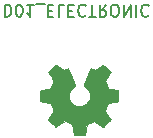
<source format=gbr>
G04 #@! TF.GenerationSoftware,KiCad,Pcbnew,5.1.5-52549c5~86~ubuntu18.04.1*
G04 #@! TF.CreationDate,2020-09-11T14:35:38-05:00*
G04 #@! TF.ProjectId,D01,4430312e-6b69-4636-9164-5f7063625858,rev?*
G04 #@! TF.SameCoordinates,Original*
G04 #@! TF.FileFunction,Legend,Bot*
G04 #@! TF.FilePolarity,Positive*
%FSLAX46Y46*%
G04 Gerber Fmt 4.6, Leading zero omitted, Abs format (unit mm)*
G04 Created by KiCad (PCBNEW 5.1.5-52549c5~86~ubuntu18.04.1) date 2020-09-11 14:35:38*
%MOMM*%
%LPD*%
G04 APERTURE LIST*
%ADD10C,0.150000*%
%ADD11C,0.010000*%
G04 APERTURE END LIST*
D10*
X22706771Y-20477219D02*
X22706771Y-21477219D01*
X22944866Y-21477219D01*
X23087723Y-21429600D01*
X23182961Y-21334361D01*
X23230580Y-21239123D01*
X23278200Y-21048647D01*
X23278200Y-20905790D01*
X23230580Y-20715314D01*
X23182961Y-20620076D01*
X23087723Y-20524838D01*
X22944866Y-20477219D01*
X22706771Y-20477219D01*
X23897247Y-21477219D02*
X23992485Y-21477219D01*
X24087723Y-21429600D01*
X24135342Y-21381980D01*
X24182961Y-21286742D01*
X24230580Y-21096266D01*
X24230580Y-20858171D01*
X24182961Y-20667695D01*
X24135342Y-20572457D01*
X24087723Y-20524838D01*
X23992485Y-20477219D01*
X23897247Y-20477219D01*
X23802009Y-20524838D01*
X23754390Y-20572457D01*
X23706771Y-20667695D01*
X23659152Y-20858171D01*
X23659152Y-21096266D01*
X23706771Y-21286742D01*
X23754390Y-21381980D01*
X23802009Y-21429600D01*
X23897247Y-21477219D01*
X25182961Y-20477219D02*
X24611533Y-20477219D01*
X24897247Y-20477219D02*
X24897247Y-21477219D01*
X24802009Y-21334361D01*
X24706771Y-21239123D01*
X24611533Y-21191504D01*
X25373438Y-20381980D02*
X26135342Y-20381980D01*
X26373438Y-21001028D02*
X26706771Y-21001028D01*
X26849628Y-20477219D02*
X26373438Y-20477219D01*
X26373438Y-21477219D01*
X26849628Y-21477219D01*
X27754390Y-20477219D02*
X27278199Y-20477219D01*
X27278199Y-21477219D01*
X28087723Y-21001028D02*
X28421057Y-21001028D01*
X28563914Y-20477219D02*
X28087723Y-20477219D01*
X28087723Y-21477219D01*
X28563914Y-21477219D01*
X29563914Y-20572457D02*
X29516295Y-20524838D01*
X29373438Y-20477219D01*
X29278199Y-20477219D01*
X29135342Y-20524838D01*
X29040104Y-20620076D01*
X28992485Y-20715314D01*
X28944866Y-20905790D01*
X28944866Y-21048647D01*
X28992485Y-21239123D01*
X29040104Y-21334361D01*
X29135342Y-21429600D01*
X29278199Y-21477219D01*
X29373438Y-21477219D01*
X29516295Y-21429600D01*
X29563914Y-21381980D01*
X29849628Y-21477219D02*
X30421057Y-21477219D01*
X30135342Y-20477219D02*
X30135342Y-21477219D01*
X31325819Y-20477219D02*
X30992485Y-20953409D01*
X30754390Y-20477219D02*
X30754390Y-21477219D01*
X31135342Y-21477219D01*
X31230580Y-21429600D01*
X31278200Y-21381980D01*
X31325819Y-21286742D01*
X31325819Y-21143885D01*
X31278200Y-21048647D01*
X31230580Y-21001028D01*
X31135342Y-20953409D01*
X30754390Y-20953409D01*
X31944866Y-21477219D02*
X32135342Y-21477219D01*
X32230580Y-21429600D01*
X32325819Y-21334361D01*
X32373438Y-21143885D01*
X32373438Y-20810552D01*
X32325819Y-20620076D01*
X32230580Y-20524838D01*
X32135342Y-20477219D01*
X31944866Y-20477219D01*
X31849628Y-20524838D01*
X31754390Y-20620076D01*
X31706771Y-20810552D01*
X31706771Y-21143885D01*
X31754390Y-21334361D01*
X31849628Y-21429600D01*
X31944866Y-21477219D01*
X32802009Y-20477219D02*
X32802009Y-21477219D01*
X33373438Y-20477219D01*
X33373438Y-21477219D01*
X33849628Y-20477219D02*
X33849628Y-21477219D01*
X34897247Y-20572457D02*
X34849628Y-20524838D01*
X34706771Y-20477219D01*
X34611533Y-20477219D01*
X34468676Y-20524838D01*
X34373438Y-20620076D01*
X34325819Y-20715314D01*
X34278200Y-20905790D01*
X34278200Y-21048647D01*
X34325819Y-21239123D01*
X34373438Y-21334361D01*
X34468676Y-21429600D01*
X34611533Y-21477219D01*
X34706771Y-21477219D01*
X34849628Y-21429600D01*
X34897247Y-21381980D01*
D11*
G36*
X29588014Y-31029869D02*
G01*
X29671835Y-30585245D01*
X29981120Y-30457747D01*
X30290406Y-30330249D01*
X30661446Y-30582554D01*
X30765357Y-30652804D01*
X30859287Y-30715528D01*
X30938852Y-30767862D01*
X30999670Y-30806943D01*
X31037357Y-30829907D01*
X31047621Y-30834858D01*
X31066110Y-30822124D01*
X31105620Y-30786918D01*
X31161722Y-30733738D01*
X31229987Y-30667082D01*
X31305986Y-30591446D01*
X31385292Y-30511328D01*
X31463475Y-30431226D01*
X31536107Y-30355636D01*
X31598759Y-30289055D01*
X31647003Y-30235982D01*
X31676410Y-30200913D01*
X31683441Y-30189177D01*
X31673323Y-30167540D01*
X31644959Y-30120138D01*
X31601329Y-30051607D01*
X31545418Y-29966585D01*
X31480206Y-29869707D01*
X31442419Y-29814450D01*
X31373543Y-29713552D01*
X31312340Y-29622501D01*
X31261778Y-29545830D01*
X31224828Y-29488072D01*
X31204458Y-29453757D01*
X31201397Y-29446546D01*
X31208336Y-29426052D01*
X31227251Y-29378287D01*
X31255287Y-29309968D01*
X31289591Y-29227811D01*
X31327309Y-29138530D01*
X31365587Y-29048842D01*
X31401570Y-28965462D01*
X31432406Y-28895106D01*
X31455239Y-28844490D01*
X31467217Y-28820329D01*
X31467924Y-28819378D01*
X31486731Y-28814764D01*
X31536818Y-28804472D01*
X31612993Y-28789513D01*
X31710065Y-28770899D01*
X31822843Y-28749641D01*
X31888642Y-28737382D01*
X32009150Y-28714438D01*
X32117997Y-28692605D01*
X32209676Y-28673078D01*
X32278681Y-28657052D01*
X32319504Y-28645721D01*
X32327711Y-28642126D01*
X32335748Y-28617794D01*
X32342233Y-28562841D01*
X32347170Y-28483692D01*
X32350564Y-28386774D01*
X32352418Y-28278513D01*
X32352738Y-28165335D01*
X32351527Y-28053665D01*
X32348790Y-27949932D01*
X32344531Y-27860559D01*
X32338755Y-27791974D01*
X32331467Y-27750603D01*
X32327095Y-27741990D01*
X32300964Y-27731667D01*
X32245593Y-27716908D01*
X32168307Y-27699448D01*
X32076430Y-27681020D01*
X32044358Y-27675059D01*
X31889724Y-27646734D01*
X31767575Y-27623924D01*
X31673873Y-27605720D01*
X31604584Y-27591217D01*
X31555671Y-27579508D01*
X31523097Y-27569685D01*
X31502828Y-27560844D01*
X31490826Y-27552076D01*
X31489147Y-27550343D01*
X31472384Y-27522429D01*
X31446814Y-27468105D01*
X31414988Y-27394023D01*
X31379460Y-27306835D01*
X31342783Y-27213192D01*
X31307511Y-27119748D01*
X31276196Y-27033153D01*
X31251393Y-26960060D01*
X31235654Y-26907122D01*
X31231532Y-26880989D01*
X31231876Y-26880074D01*
X31245841Y-26858714D01*
X31277522Y-26811716D01*
X31323591Y-26743973D01*
X31380718Y-26660377D01*
X31445573Y-26565818D01*
X31464043Y-26538946D01*
X31529899Y-26441525D01*
X31587850Y-26352637D01*
X31634738Y-26277388D01*
X31667407Y-26220880D01*
X31682700Y-26188219D01*
X31683441Y-26184207D01*
X31670592Y-26163116D01*
X31635088Y-26121336D01*
X31581493Y-26063355D01*
X31514371Y-25993665D01*
X31438287Y-25916755D01*
X31357804Y-25837117D01*
X31277487Y-25759239D01*
X31201899Y-25687614D01*
X31135605Y-25626730D01*
X31083169Y-25581079D01*
X31049155Y-25555150D01*
X31039745Y-25550917D01*
X31017843Y-25560888D01*
X30973000Y-25587780D01*
X30912521Y-25627064D01*
X30865989Y-25658683D01*
X30781675Y-25716702D01*
X30681826Y-25785016D01*
X30581673Y-25853221D01*
X30527827Y-25889725D01*
X30345571Y-26013000D01*
X30192581Y-25930280D01*
X30122882Y-25894041D01*
X30063614Y-25865874D01*
X30023511Y-25849809D01*
X30013303Y-25847574D01*
X30001029Y-25864078D01*
X29976813Y-25910718D01*
X29942463Y-25983191D01*
X29899788Y-26077194D01*
X29850594Y-26188426D01*
X29796690Y-26312585D01*
X29739884Y-26445368D01*
X29681982Y-26582473D01*
X29624793Y-26719598D01*
X29570124Y-26852442D01*
X29519784Y-26976702D01*
X29475580Y-27088075D01*
X29439319Y-27182261D01*
X29412809Y-27254956D01*
X29397858Y-27301859D01*
X29395454Y-27317967D01*
X29414511Y-27338514D01*
X29456236Y-27371867D01*
X29511906Y-27411098D01*
X29516578Y-27414201D01*
X29660464Y-27529377D01*
X29776483Y-27663747D01*
X29863630Y-27813016D01*
X29920899Y-27972887D01*
X29947286Y-28139063D01*
X29941785Y-28307248D01*
X29903390Y-28473145D01*
X29831095Y-28632458D01*
X29809826Y-28667313D01*
X29699196Y-28808063D01*
X29568502Y-28921086D01*
X29422264Y-29005797D01*
X29265008Y-29061606D01*
X29101257Y-29087926D01*
X28935533Y-29084170D01*
X28772362Y-29049750D01*
X28616265Y-28984077D01*
X28471767Y-28886565D01*
X28427069Y-28846987D01*
X28313312Y-28723097D01*
X28230418Y-28592676D01*
X28173556Y-28446485D01*
X28141887Y-28301712D01*
X28134069Y-28138940D01*
X28160138Y-27975360D01*
X28217445Y-27816502D01*
X28303344Y-27667894D01*
X28415186Y-27535065D01*
X28550323Y-27423544D01*
X28568083Y-27411789D01*
X28624350Y-27373292D01*
X28667123Y-27339937D01*
X28687572Y-27318640D01*
X28687869Y-27317967D01*
X28683479Y-27294929D01*
X28666076Y-27242643D01*
X28637468Y-27165410D01*
X28599465Y-27067532D01*
X28553874Y-26953309D01*
X28502503Y-26827042D01*
X28447162Y-26693033D01*
X28389658Y-26555582D01*
X28331801Y-26418992D01*
X28275398Y-26287563D01*
X28222258Y-26165595D01*
X28174190Y-26057391D01*
X28133001Y-25967251D01*
X28100501Y-25899477D01*
X28078497Y-25858370D01*
X28069636Y-25847574D01*
X28042560Y-25855981D01*
X27991897Y-25878528D01*
X27926383Y-25911187D01*
X27890359Y-25930280D01*
X27737368Y-26013000D01*
X27555112Y-25889725D01*
X27462075Y-25826572D01*
X27360215Y-25757073D01*
X27264762Y-25691635D01*
X27216950Y-25658683D01*
X27149705Y-25613527D01*
X27092764Y-25577743D01*
X27053554Y-25555862D01*
X27040819Y-25551237D01*
X27022283Y-25563715D01*
X26981259Y-25598548D01*
X26921725Y-25652122D01*
X26847658Y-25720817D01*
X26763035Y-25801019D01*
X26709515Y-25852514D01*
X26615881Y-25944514D01*
X26534959Y-26026801D01*
X26470023Y-26095855D01*
X26424342Y-26148156D01*
X26401189Y-26180184D01*
X26398968Y-26186684D01*
X26409276Y-26211406D01*
X26437761Y-26261395D01*
X26481263Y-26331588D01*
X26536623Y-26416925D01*
X26600680Y-26512344D01*
X26618897Y-26538946D01*
X26685273Y-26635633D01*
X26744822Y-26722683D01*
X26794216Y-26795205D01*
X26830125Y-26848307D01*
X26849219Y-26877097D01*
X26851064Y-26880074D01*
X26848305Y-26903018D01*
X26833662Y-26953464D01*
X26809687Y-27024759D01*
X26778934Y-27110253D01*
X26743956Y-27203293D01*
X26707307Y-27297226D01*
X26671539Y-27385401D01*
X26639206Y-27461166D01*
X26612862Y-27517869D01*
X26595058Y-27548857D01*
X26593793Y-27550343D01*
X26582906Y-27559199D01*
X26564518Y-27567957D01*
X26534594Y-27577523D01*
X26489097Y-27588804D01*
X26423991Y-27602707D01*
X26335239Y-27620137D01*
X26218807Y-27642002D01*
X26070658Y-27669209D01*
X26038582Y-27675059D01*
X25943514Y-27693426D01*
X25860635Y-27711395D01*
X25797270Y-27727231D01*
X25760742Y-27739200D01*
X25755844Y-27741990D01*
X25747773Y-27766728D01*
X25741213Y-27822010D01*
X25736167Y-27901411D01*
X25732641Y-27998504D01*
X25730639Y-28106862D01*
X25730164Y-28220060D01*
X25731223Y-28331672D01*
X25733818Y-28435271D01*
X25737954Y-28524432D01*
X25743637Y-28592728D01*
X25750869Y-28633734D01*
X25755229Y-28642126D01*
X25779502Y-28650592D01*
X25834774Y-28664365D01*
X25915538Y-28682250D01*
X26016288Y-28703052D01*
X26131517Y-28725577D01*
X26194298Y-28737382D01*
X26313413Y-28759649D01*
X26419635Y-28779821D01*
X26507773Y-28796885D01*
X26572634Y-28809831D01*
X26609026Y-28817645D01*
X26615016Y-28819378D01*
X26625139Y-28838910D01*
X26646538Y-28885957D01*
X26676361Y-28953797D01*
X26711755Y-29035709D01*
X26749868Y-29124972D01*
X26787847Y-29214865D01*
X26822840Y-29298665D01*
X26851994Y-29369653D01*
X26872457Y-29421106D01*
X26881377Y-29446303D01*
X26881543Y-29447404D01*
X26871431Y-29467281D01*
X26843083Y-29513023D01*
X26799477Y-29580083D01*
X26743594Y-29663916D01*
X26678413Y-29759974D01*
X26640521Y-29815150D01*
X26571475Y-29916319D01*
X26510150Y-30008170D01*
X26459537Y-30086056D01*
X26422629Y-30145331D01*
X26402418Y-30181349D01*
X26399499Y-30189423D01*
X26412047Y-30208216D01*
X26446737Y-30248343D01*
X26499137Y-30305307D01*
X26564816Y-30374615D01*
X26639344Y-30451769D01*
X26718287Y-30532275D01*
X26797217Y-30611637D01*
X26871700Y-30685360D01*
X26937306Y-30748948D01*
X26989604Y-30797906D01*
X27024161Y-30827739D01*
X27035722Y-30834858D01*
X27054546Y-30824847D01*
X27099569Y-30796722D01*
X27166413Y-30753346D01*
X27250701Y-30697582D01*
X27348056Y-30632294D01*
X27421493Y-30582554D01*
X27792533Y-30330249D01*
X28411105Y-30585245D01*
X28494925Y-31029869D01*
X28578746Y-31474493D01*
X29504194Y-31474493D01*
X29588014Y-31029869D01*
G37*
X29588014Y-31029869D02*
X29671835Y-30585245D01*
X29981120Y-30457747D01*
X30290406Y-30330249D01*
X30661446Y-30582554D01*
X30765357Y-30652804D01*
X30859287Y-30715528D01*
X30938852Y-30767862D01*
X30999670Y-30806943D01*
X31037357Y-30829907D01*
X31047621Y-30834858D01*
X31066110Y-30822124D01*
X31105620Y-30786918D01*
X31161722Y-30733738D01*
X31229987Y-30667082D01*
X31305986Y-30591446D01*
X31385292Y-30511328D01*
X31463475Y-30431226D01*
X31536107Y-30355636D01*
X31598759Y-30289055D01*
X31647003Y-30235982D01*
X31676410Y-30200913D01*
X31683441Y-30189177D01*
X31673323Y-30167540D01*
X31644959Y-30120138D01*
X31601329Y-30051607D01*
X31545418Y-29966585D01*
X31480206Y-29869707D01*
X31442419Y-29814450D01*
X31373543Y-29713552D01*
X31312340Y-29622501D01*
X31261778Y-29545830D01*
X31224828Y-29488072D01*
X31204458Y-29453757D01*
X31201397Y-29446546D01*
X31208336Y-29426052D01*
X31227251Y-29378287D01*
X31255287Y-29309968D01*
X31289591Y-29227811D01*
X31327309Y-29138530D01*
X31365587Y-29048842D01*
X31401570Y-28965462D01*
X31432406Y-28895106D01*
X31455239Y-28844490D01*
X31467217Y-28820329D01*
X31467924Y-28819378D01*
X31486731Y-28814764D01*
X31536818Y-28804472D01*
X31612993Y-28789513D01*
X31710065Y-28770899D01*
X31822843Y-28749641D01*
X31888642Y-28737382D01*
X32009150Y-28714438D01*
X32117997Y-28692605D01*
X32209676Y-28673078D01*
X32278681Y-28657052D01*
X32319504Y-28645721D01*
X32327711Y-28642126D01*
X32335748Y-28617794D01*
X32342233Y-28562841D01*
X32347170Y-28483692D01*
X32350564Y-28386774D01*
X32352418Y-28278513D01*
X32352738Y-28165335D01*
X32351527Y-28053665D01*
X32348790Y-27949932D01*
X32344531Y-27860559D01*
X32338755Y-27791974D01*
X32331467Y-27750603D01*
X32327095Y-27741990D01*
X32300964Y-27731667D01*
X32245593Y-27716908D01*
X32168307Y-27699448D01*
X32076430Y-27681020D01*
X32044358Y-27675059D01*
X31889724Y-27646734D01*
X31767575Y-27623924D01*
X31673873Y-27605720D01*
X31604584Y-27591217D01*
X31555671Y-27579508D01*
X31523097Y-27569685D01*
X31502828Y-27560844D01*
X31490826Y-27552076D01*
X31489147Y-27550343D01*
X31472384Y-27522429D01*
X31446814Y-27468105D01*
X31414988Y-27394023D01*
X31379460Y-27306835D01*
X31342783Y-27213192D01*
X31307511Y-27119748D01*
X31276196Y-27033153D01*
X31251393Y-26960060D01*
X31235654Y-26907122D01*
X31231532Y-26880989D01*
X31231876Y-26880074D01*
X31245841Y-26858714D01*
X31277522Y-26811716D01*
X31323591Y-26743973D01*
X31380718Y-26660377D01*
X31445573Y-26565818D01*
X31464043Y-26538946D01*
X31529899Y-26441525D01*
X31587850Y-26352637D01*
X31634738Y-26277388D01*
X31667407Y-26220880D01*
X31682700Y-26188219D01*
X31683441Y-26184207D01*
X31670592Y-26163116D01*
X31635088Y-26121336D01*
X31581493Y-26063355D01*
X31514371Y-25993665D01*
X31438287Y-25916755D01*
X31357804Y-25837117D01*
X31277487Y-25759239D01*
X31201899Y-25687614D01*
X31135605Y-25626730D01*
X31083169Y-25581079D01*
X31049155Y-25555150D01*
X31039745Y-25550917D01*
X31017843Y-25560888D01*
X30973000Y-25587780D01*
X30912521Y-25627064D01*
X30865989Y-25658683D01*
X30781675Y-25716702D01*
X30681826Y-25785016D01*
X30581673Y-25853221D01*
X30527827Y-25889725D01*
X30345571Y-26013000D01*
X30192581Y-25930280D01*
X30122882Y-25894041D01*
X30063614Y-25865874D01*
X30023511Y-25849809D01*
X30013303Y-25847574D01*
X30001029Y-25864078D01*
X29976813Y-25910718D01*
X29942463Y-25983191D01*
X29899788Y-26077194D01*
X29850594Y-26188426D01*
X29796690Y-26312585D01*
X29739884Y-26445368D01*
X29681982Y-26582473D01*
X29624793Y-26719598D01*
X29570124Y-26852442D01*
X29519784Y-26976702D01*
X29475580Y-27088075D01*
X29439319Y-27182261D01*
X29412809Y-27254956D01*
X29397858Y-27301859D01*
X29395454Y-27317967D01*
X29414511Y-27338514D01*
X29456236Y-27371867D01*
X29511906Y-27411098D01*
X29516578Y-27414201D01*
X29660464Y-27529377D01*
X29776483Y-27663747D01*
X29863630Y-27813016D01*
X29920899Y-27972887D01*
X29947286Y-28139063D01*
X29941785Y-28307248D01*
X29903390Y-28473145D01*
X29831095Y-28632458D01*
X29809826Y-28667313D01*
X29699196Y-28808063D01*
X29568502Y-28921086D01*
X29422264Y-29005797D01*
X29265008Y-29061606D01*
X29101257Y-29087926D01*
X28935533Y-29084170D01*
X28772362Y-29049750D01*
X28616265Y-28984077D01*
X28471767Y-28886565D01*
X28427069Y-28846987D01*
X28313312Y-28723097D01*
X28230418Y-28592676D01*
X28173556Y-28446485D01*
X28141887Y-28301712D01*
X28134069Y-28138940D01*
X28160138Y-27975360D01*
X28217445Y-27816502D01*
X28303344Y-27667894D01*
X28415186Y-27535065D01*
X28550323Y-27423544D01*
X28568083Y-27411789D01*
X28624350Y-27373292D01*
X28667123Y-27339937D01*
X28687572Y-27318640D01*
X28687869Y-27317967D01*
X28683479Y-27294929D01*
X28666076Y-27242643D01*
X28637468Y-27165410D01*
X28599465Y-27067532D01*
X28553874Y-26953309D01*
X28502503Y-26827042D01*
X28447162Y-26693033D01*
X28389658Y-26555582D01*
X28331801Y-26418992D01*
X28275398Y-26287563D01*
X28222258Y-26165595D01*
X28174190Y-26057391D01*
X28133001Y-25967251D01*
X28100501Y-25899477D01*
X28078497Y-25858370D01*
X28069636Y-25847574D01*
X28042560Y-25855981D01*
X27991897Y-25878528D01*
X27926383Y-25911187D01*
X27890359Y-25930280D01*
X27737368Y-26013000D01*
X27555112Y-25889725D01*
X27462075Y-25826572D01*
X27360215Y-25757073D01*
X27264762Y-25691635D01*
X27216950Y-25658683D01*
X27149705Y-25613527D01*
X27092764Y-25577743D01*
X27053554Y-25555862D01*
X27040819Y-25551237D01*
X27022283Y-25563715D01*
X26981259Y-25598548D01*
X26921725Y-25652122D01*
X26847658Y-25720817D01*
X26763035Y-25801019D01*
X26709515Y-25852514D01*
X26615881Y-25944514D01*
X26534959Y-26026801D01*
X26470023Y-26095855D01*
X26424342Y-26148156D01*
X26401189Y-26180184D01*
X26398968Y-26186684D01*
X26409276Y-26211406D01*
X26437761Y-26261395D01*
X26481263Y-26331588D01*
X26536623Y-26416925D01*
X26600680Y-26512344D01*
X26618897Y-26538946D01*
X26685273Y-26635633D01*
X26744822Y-26722683D01*
X26794216Y-26795205D01*
X26830125Y-26848307D01*
X26849219Y-26877097D01*
X26851064Y-26880074D01*
X26848305Y-26903018D01*
X26833662Y-26953464D01*
X26809687Y-27024759D01*
X26778934Y-27110253D01*
X26743956Y-27203293D01*
X26707307Y-27297226D01*
X26671539Y-27385401D01*
X26639206Y-27461166D01*
X26612862Y-27517869D01*
X26595058Y-27548857D01*
X26593793Y-27550343D01*
X26582906Y-27559199D01*
X26564518Y-27567957D01*
X26534594Y-27577523D01*
X26489097Y-27588804D01*
X26423991Y-27602707D01*
X26335239Y-27620137D01*
X26218807Y-27642002D01*
X26070658Y-27669209D01*
X26038582Y-27675059D01*
X25943514Y-27693426D01*
X25860635Y-27711395D01*
X25797270Y-27727231D01*
X25760742Y-27739200D01*
X25755844Y-27741990D01*
X25747773Y-27766728D01*
X25741213Y-27822010D01*
X25736167Y-27901411D01*
X25732641Y-27998504D01*
X25730639Y-28106862D01*
X25730164Y-28220060D01*
X25731223Y-28331672D01*
X25733818Y-28435271D01*
X25737954Y-28524432D01*
X25743637Y-28592728D01*
X25750869Y-28633734D01*
X25755229Y-28642126D01*
X25779502Y-28650592D01*
X25834774Y-28664365D01*
X25915538Y-28682250D01*
X26016288Y-28703052D01*
X26131517Y-28725577D01*
X26194298Y-28737382D01*
X26313413Y-28759649D01*
X26419635Y-28779821D01*
X26507773Y-28796885D01*
X26572634Y-28809831D01*
X26609026Y-28817645D01*
X26615016Y-28819378D01*
X26625139Y-28838910D01*
X26646538Y-28885957D01*
X26676361Y-28953797D01*
X26711755Y-29035709D01*
X26749868Y-29124972D01*
X26787847Y-29214865D01*
X26822840Y-29298665D01*
X26851994Y-29369653D01*
X26872457Y-29421106D01*
X26881377Y-29446303D01*
X26881543Y-29447404D01*
X26871431Y-29467281D01*
X26843083Y-29513023D01*
X26799477Y-29580083D01*
X26743594Y-29663916D01*
X26678413Y-29759974D01*
X26640521Y-29815150D01*
X26571475Y-29916319D01*
X26510150Y-30008170D01*
X26459537Y-30086056D01*
X26422629Y-30145331D01*
X26402418Y-30181349D01*
X26399499Y-30189423D01*
X26412047Y-30208216D01*
X26446737Y-30248343D01*
X26499137Y-30305307D01*
X26564816Y-30374615D01*
X26639344Y-30451769D01*
X26718287Y-30532275D01*
X26797217Y-30611637D01*
X26871700Y-30685360D01*
X26937306Y-30748948D01*
X26989604Y-30797906D01*
X27024161Y-30827739D01*
X27035722Y-30834858D01*
X27054546Y-30824847D01*
X27099569Y-30796722D01*
X27166413Y-30753346D01*
X27250701Y-30697582D01*
X27348056Y-30632294D01*
X27421493Y-30582554D01*
X27792533Y-30330249D01*
X28411105Y-30585245D01*
X28494925Y-31029869D01*
X28578746Y-31474493D01*
X29504194Y-31474493D01*
X29588014Y-31029869D01*
M02*

</source>
